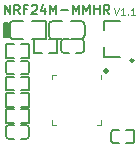
<source format=gbr>
G04 #@! TF.GenerationSoftware,KiCad,Pcbnew,(5.0.2)-1*
G04 #@! TF.CreationDate,2019-07-28T22:14:27+08:00*
G04 #@! TF.ProjectId,NRF24M,4e524632-344d-42e6-9b69-6361645f7063,rev?*
G04 #@! TF.SameCoordinates,Original*
G04 #@! TF.FileFunction,Legend,Top*
G04 #@! TF.FilePolarity,Positive*
%FSLAX46Y46*%
G04 Gerber Fmt 4.6, Leading zero omitted, Abs format (unit mm)*
G04 Created by KiCad (PCBNEW (5.0.2)-1) date 2019-07-28 22:14:27*
%MOMM*%
%LPD*%
G01*
G04 APERTURE LIST*
%ADD10C,0.300000*%
%ADD11C,0.100000*%
%ADD12C,0.150000*%
%ADD13C,0.120000*%
%ADD14C,0.200000*%
%ADD15C,0.250000*%
G04 APERTURE END LIST*
D10*
X82229540Y-53254945D02*
X82324778Y-53350183D01*
X82229540Y-53445421D01*
X82134301Y-53350183D01*
X82229540Y-53254945D01*
X82229540Y-53445421D01*
D11*
X82890054Y-47982988D02*
X83090054Y-48582988D01*
X83290054Y-47982988D01*
X83804340Y-48582988D02*
X83461482Y-48582988D01*
X83632911Y-48582988D02*
X83632911Y-47982988D01*
X83575768Y-48068702D01*
X83518625Y-48125845D01*
X83461482Y-48154417D01*
X84061482Y-48525845D02*
X84090054Y-48554417D01*
X84061482Y-48582988D01*
X84032911Y-48554417D01*
X84061482Y-48525845D01*
X84061482Y-48582988D01*
X84661482Y-48582988D02*
X84318625Y-48582988D01*
X84490054Y-48582988D02*
X84490054Y-47982988D01*
X84432911Y-48068702D01*
X84375768Y-48125845D01*
X84318625Y-48154417D01*
D12*
X73622032Y-48498204D02*
X73622032Y-47698204D01*
X74079175Y-48498204D01*
X74079175Y-47698204D01*
X74917270Y-48498204D02*
X74650603Y-48117252D01*
X74460127Y-48498204D02*
X74460127Y-47698204D01*
X74764889Y-47698204D01*
X74841080Y-47736300D01*
X74879175Y-47774395D01*
X74917270Y-47850585D01*
X74917270Y-47964871D01*
X74879175Y-48041061D01*
X74841080Y-48079157D01*
X74764889Y-48117252D01*
X74460127Y-48117252D01*
X75526794Y-48079157D02*
X75260127Y-48079157D01*
X75260127Y-48498204D02*
X75260127Y-47698204D01*
X75641080Y-47698204D01*
X75907746Y-47774395D02*
X75945841Y-47736300D01*
X76022032Y-47698204D01*
X76212508Y-47698204D01*
X76288699Y-47736300D01*
X76326794Y-47774395D01*
X76364889Y-47850585D01*
X76364889Y-47926776D01*
X76326794Y-48041061D01*
X75869651Y-48498204D01*
X76364889Y-48498204D01*
X77050603Y-47964871D02*
X77050603Y-48498204D01*
X76860127Y-47660109D02*
X76669651Y-48231538D01*
X77164889Y-48231538D01*
X77469651Y-48498204D02*
X77469651Y-47698204D01*
X77736318Y-48269633D01*
X78002984Y-47698204D01*
X78002984Y-48498204D01*
X78383937Y-48193442D02*
X78993460Y-48193442D01*
X79374413Y-48498204D02*
X79374413Y-47698204D01*
X79641080Y-48269633D01*
X79907746Y-47698204D01*
X79907746Y-48498204D01*
X80288699Y-48498204D02*
X80288699Y-47698204D01*
X80555365Y-48269633D01*
X80822032Y-47698204D01*
X80822032Y-48498204D01*
X81202984Y-48498204D02*
X81202984Y-47698204D01*
X81202984Y-48079157D02*
X81660127Y-48079157D01*
X81660127Y-48498204D02*
X81660127Y-47698204D01*
X82498222Y-48498204D02*
X82231556Y-48117252D01*
X82041080Y-48498204D02*
X82041080Y-47698204D01*
X82345841Y-47698204D01*
X82422032Y-47736300D01*
X82460127Y-47774395D01*
X82498222Y-47850585D01*
X82498222Y-47964871D01*
X82460127Y-48041061D01*
X82422032Y-48079157D01*
X82345841Y-48117252D01*
X82041080Y-48117252D01*
D13*
G04 #@! TO.C,U1*
X81815200Y-54005300D02*
X81815200Y-53630300D01*
X77595200Y-57850300D02*
X77970200Y-57850300D01*
X77595200Y-57475300D02*
X77595200Y-57850300D01*
X77595200Y-53630300D02*
X77970200Y-53630300D01*
X77595200Y-54005300D02*
X77595200Y-53630300D01*
X81815200Y-57850300D02*
X81440200Y-57850300D01*
X81815200Y-57475300D02*
X81815200Y-57850300D01*
D14*
G04 #@! TO.C,C4*
X80414700Y-50250200D02*
G75*
G02X80014700Y-50650200I-400000J0D01*
G01*
X80014700Y-49070200D02*
G75*
G02X80414700Y-49470200I0J-400000D01*
G01*
X77344700Y-49470200D02*
G75*
G02X77744700Y-49070200I400000J0D01*
G01*
X77744700Y-50650200D02*
G75*
G02X77344700Y-50250200I0J400000D01*
G01*
X80014700Y-49070200D02*
X79279700Y-49070200D01*
X78479700Y-49070200D02*
X77744700Y-49070200D01*
X78479700Y-50650200D02*
X77744700Y-50650200D01*
X80414700Y-49470200D02*
X80414700Y-50250200D01*
X77344700Y-49470200D02*
X77344700Y-50250200D01*
X80014700Y-50650200D02*
X79279700Y-50650200D01*
D15*
G04 #@! TO.C,VR1*
X84531000Y-52421800D02*
G75*
G03X84531000Y-52421800I-125000J0D01*
G01*
D14*
X82031000Y-52146800D02*
X83431000Y-52146800D01*
X82031000Y-52146800D02*
X82031000Y-51321800D01*
X82031000Y-49046800D02*
X83431000Y-49046800D01*
X82031000Y-49871800D02*
X82031000Y-49046800D01*
G04 #@! TO.C,C2*
X75687390Y-58119320D02*
X75687390Y-58829320D01*
X75462400Y-57899320D02*
X75012390Y-57899320D01*
X75462400Y-59049320D02*
X75012400Y-59049320D01*
X74412400Y-57899320D02*
X73962400Y-57899320D01*
X74412400Y-59049320D02*
X73962400Y-59049320D01*
X73737400Y-58119320D02*
X73737400Y-58829320D01*
X75467400Y-57899320D02*
G75*
G02X75687400Y-58119320I0J-220000D01*
G01*
X75687400Y-58829320D02*
G75*
G02X75467400Y-59049320I-220000J0D01*
G01*
X73737400Y-58119320D02*
G75*
G02X73957400Y-57899320I220000J0D01*
G01*
X73957400Y-59049320D02*
G75*
G02X73737400Y-58829320I0J220000D01*
G01*
G04 #@! TO.C,R1*
X75701800Y-56536900D02*
X75701800Y-57686900D01*
X73751800Y-56536900D02*
X73751800Y-57686900D01*
X75701800Y-57686900D02*
X75026800Y-57686900D01*
X74426800Y-57686900D02*
X73751800Y-57686900D01*
X75701800Y-56536900D02*
X75026800Y-56536900D01*
X74426800Y-56536900D02*
X73751800Y-56536900D01*
G04 #@! TO.C,R2*
X76801700Y-50644100D02*
X76126700Y-50644100D01*
X78076700Y-50644100D02*
X77401700Y-50644100D01*
X76801700Y-51794100D02*
X76126700Y-51794100D01*
X78076700Y-51794100D02*
X77401700Y-51794100D01*
X76126700Y-50644100D02*
X76126700Y-51794100D01*
X78076700Y-50644100D02*
X78076700Y-51794100D01*
G04 #@! TO.C,D1*
X74065000Y-50457200D02*
X74265000Y-50650200D01*
X74065000Y-49263200D02*
X74265000Y-49070200D01*
X74265000Y-49070200D02*
X75165000Y-49070200D01*
X77100000Y-50650200D02*
X77100000Y-49070200D01*
X74065000Y-50457200D02*
X74065000Y-49263200D01*
X75965000Y-49070200D02*
X77100000Y-49070200D01*
X74265000Y-50650200D02*
X75165000Y-50650200D01*
X75965000Y-50650200D02*
X77100000Y-50650200D01*
D12*
G36*
X73590000Y-50460200D02*
X73890000Y-50460200D01*
X73890000Y-49260200D01*
X73590000Y-49260200D01*
X73590000Y-50460200D01*
G37*
X73590000Y-50460200D02*
X73890000Y-50460200D01*
X73890000Y-49260200D01*
X73590000Y-49260200D01*
X73590000Y-50460200D01*
D14*
G04 #@! TO.C,R3*
X75689100Y-51075900D02*
X75689100Y-52225900D01*
X73739100Y-51075900D02*
X73739100Y-52225900D01*
X75689100Y-52225900D02*
X75014100Y-52225900D01*
X74414100Y-52225900D02*
X73739100Y-52225900D01*
X75689100Y-51075900D02*
X75014100Y-51075900D01*
X74414100Y-51075900D02*
X73739100Y-51075900D01*
G04 #@! TO.C,R4*
X74426800Y-55178000D02*
X73751800Y-55178000D01*
X75701800Y-55178000D02*
X75026800Y-55178000D01*
X74426800Y-56328000D02*
X73751800Y-56328000D01*
X75701800Y-56328000D02*
X75026800Y-56328000D01*
X73751800Y-55178000D02*
X73751800Y-56328000D01*
X75701800Y-55178000D02*
X75701800Y-56328000D01*
G04 #@! TO.C,R5*
X75689100Y-53819100D02*
X75689100Y-54969100D01*
X73739100Y-53819100D02*
X73739100Y-54969100D01*
X75689100Y-54969100D02*
X75014100Y-54969100D01*
X74414100Y-54969100D02*
X73739100Y-54969100D01*
X75689100Y-53819100D02*
X75014100Y-53819100D01*
X74414100Y-53819100D02*
X73739100Y-53819100D01*
G04 #@! TO.C,C3*
X73971800Y-53610200D02*
G75*
G02X73751800Y-53390200I0J220000D01*
G01*
X73751800Y-52680200D02*
G75*
G02X73971800Y-52460200I220000J0D01*
G01*
X75701800Y-53390200D02*
G75*
G02X75481800Y-53610200I-220000J0D01*
G01*
X75481800Y-52460200D02*
G75*
G02X75701800Y-52680200I0J-220000D01*
G01*
X73751800Y-52680200D02*
X73751800Y-53390200D01*
X74426800Y-53610200D02*
X73976800Y-53610200D01*
X74426800Y-52460200D02*
X73976800Y-52460200D01*
X75476800Y-53610200D02*
X75026800Y-53610200D01*
X75476800Y-52460200D02*
X75026790Y-52460200D01*
X75701790Y-52680200D02*
X75701790Y-53390200D01*
G04 #@! TO.C,C5*
X78620000Y-51781400D02*
G75*
G02X78400000Y-51561400I0J220000D01*
G01*
X78400000Y-50851400D02*
G75*
G02X78620000Y-50631400I220000J0D01*
G01*
X80350000Y-51561400D02*
G75*
G02X80130000Y-51781400I-220000J0D01*
G01*
X80130000Y-50631400D02*
G75*
G02X80350000Y-50851400I0J-220000D01*
G01*
X78400000Y-50851400D02*
X78400000Y-51561400D01*
X79075000Y-51781400D02*
X78625000Y-51781400D01*
X79075000Y-50631400D02*
X78625000Y-50631400D01*
X80125000Y-51781400D02*
X79675000Y-51781400D01*
X80125000Y-50631400D02*
X79674990Y-50631400D01*
X80349990Y-50851400D02*
X80349990Y-51561400D01*
G04 #@! TO.C,C6*
X82874500Y-59439500D02*
G75*
G02X82654500Y-59219500I0J220000D01*
G01*
X82654500Y-58509500D02*
G75*
G02X82874500Y-58289500I220000J0D01*
G01*
X84604500Y-59219500D02*
G75*
G02X84384500Y-59439500I-220000J0D01*
G01*
X84384500Y-58289500D02*
G75*
G02X84604500Y-58509500I0J-220000D01*
G01*
X82654500Y-58509500D02*
X82654500Y-59219500D01*
X83329500Y-59439500D02*
X82879500Y-59439500D01*
X83329500Y-58289500D02*
X82879500Y-58289500D01*
X84379500Y-59439500D02*
X83929500Y-59439500D01*
X84379500Y-58289500D02*
X83929490Y-58289500D01*
X84604490Y-58509500D02*
X84604490Y-59219500D01*
G04 #@! TD*
M02*

</source>
